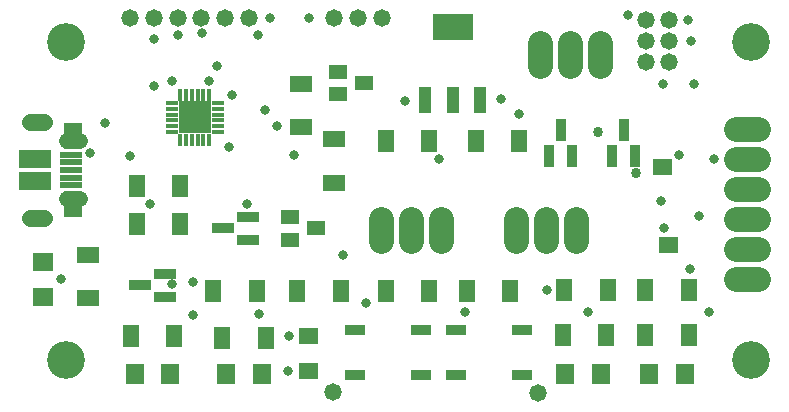
<source format=gbr>
G04 EAGLE Gerber RS-274X export*
G75*
%MOMM*%
%FSLAX34Y34*%
%LPD*%
%INSoldermask Top*%
%IPPOS*%
%AMOC8*
5,1,8,0,0,1.08239X$1,22.5*%
G01*
%ADD10C,3.203200*%
%ADD11R,1.400000X1.900000*%
%ADD12R,1.700000X1.500000*%
%ADD13R,1.900000X1.400000*%
%ADD14R,1.727200X0.965200*%
%ADD15C,1.473200*%
%ADD16R,0.457200X1.117600*%
%ADD17R,1.117600X0.457200*%
%ADD18R,2.743200X2.743200*%
%ADD19R,1.603200X1.203200*%
%ADD20R,1.104800X2.269200*%
%ADD21R,3.404800X2.269200*%
%ADD22R,1.646941X2.205431*%
%ADD23R,1.646731X2.197381*%
%ADD24R,1.953200X0.603200*%
%ADD25R,2.703200X1.578200*%
%ADD26C,1.361200*%
%ADD27C,1.411200*%
%ADD28C,2.082800*%
%ADD29R,0.838200X1.473200*%
%ADD30R,1.828800X0.812800*%
%ADD31R,1.500000X1.700000*%
%ADD32R,0.812800X1.828800*%
%ADD33C,0.808000*%
%ADD34C,0.858000*%


D10*
X621030Y309880D03*
X621030Y40640D03*
X40640Y309880D03*
X40640Y40640D03*
D11*
X311700Y99060D03*
X348700Y99060D03*
D12*
X21590Y124220D03*
X21590Y94220D03*
D13*
X59690Y130260D03*
X59690Y93260D03*
D11*
X417280Y99060D03*
X380280Y99060D03*
D14*
X426720Y27940D03*
X370840Y27940D03*
X426720Y66040D03*
X370840Y66040D03*
X341630Y27940D03*
X285750Y27940D03*
X341630Y66040D03*
X285750Y66040D03*
D15*
X440690Y12700D03*
X266700Y13970D03*
X532130Y311150D03*
X532130Y328930D03*
X551180Y328930D03*
D13*
X267970Y191050D03*
X267970Y228050D03*
X240030Y275040D03*
X240030Y238040D03*
D16*
X162363Y265811D03*
X157362Y265811D03*
X152361Y265811D03*
X147359Y265811D03*
X142358Y265811D03*
X137357Y265811D03*
D17*
X130429Y258883D03*
X130429Y253882D03*
X130429Y248881D03*
X130429Y243879D03*
X130429Y238878D03*
X130429Y233877D03*
D16*
X137357Y226949D03*
X142358Y226949D03*
X147359Y226949D03*
X152361Y226949D03*
X157362Y226949D03*
X162363Y226949D03*
D17*
X169291Y233877D03*
X169291Y238878D03*
X169291Y243879D03*
X169291Y248881D03*
X169291Y253882D03*
X169291Y258883D03*
D18*
X149860Y246380D03*
D11*
X137880Y156210D03*
X100880Y156210D03*
X137880Y187960D03*
X100880Y187960D03*
D19*
X252300Y152400D03*
X230300Y142900D03*
X230300Y161900D03*
X292940Y275590D03*
X270940Y266090D03*
X270940Y285090D03*
D15*
X115570Y330200D03*
X95250Y330200D03*
X175260Y330200D03*
X195580Y330200D03*
X135890Y330200D03*
X154940Y330200D03*
D20*
X345300Y261342D03*
X368300Y261342D03*
X391300Y261342D03*
D21*
X368300Y322858D03*
D11*
X348700Y226060D03*
X311700Y226060D03*
X387900Y226060D03*
X424900Y226060D03*
D15*
X308610Y330200D03*
X288290Y330200D03*
X267970Y330200D03*
D22*
X47275Y230957D03*
D23*
X47276Y172917D03*
D24*
X45260Y214930D03*
X45260Y208430D03*
X45260Y201930D03*
X45260Y195430D03*
X45260Y188930D03*
D25*
X14510Y211305D03*
X14510Y192555D03*
D26*
X41520Y226180D02*
X53100Y226180D01*
X53100Y177680D02*
X41520Y177680D01*
D27*
X22550Y160930D02*
X10470Y160930D01*
X10470Y242930D02*
X22550Y242930D01*
D28*
X307340Y160528D02*
X307340Y141732D01*
X332740Y141732D02*
X332740Y160528D01*
X358140Y160528D02*
X358140Y141732D01*
X421640Y141732D02*
X421640Y160528D01*
X447040Y160528D02*
X447040Y141732D01*
X472440Y141732D02*
X472440Y160528D01*
X492760Y290322D02*
X492760Y309118D01*
X467360Y309118D02*
X467360Y290322D01*
X441960Y290322D02*
X441960Y309118D01*
X607822Y236220D02*
X626618Y236220D01*
X626618Y210820D02*
X607822Y210820D01*
X607822Y185420D02*
X626618Y185420D01*
X626618Y160020D02*
X607822Y160020D01*
X607822Y134620D02*
X626618Y134620D01*
X626618Y109220D02*
X607822Y109220D01*
D29*
X242316Y31750D03*
X250444Y31750D03*
D30*
X194818Y142875D03*
X194818Y161925D03*
X173482Y152400D03*
D11*
X236770Y99060D03*
X273770Y99060D03*
D31*
X176770Y29210D03*
X206770Y29210D03*
D11*
X173270Y59690D03*
X210270Y59690D03*
D29*
X547116Y138430D03*
X555244Y138430D03*
D32*
X450215Y214122D03*
X469265Y214122D03*
X459740Y235458D03*
D11*
X499830Y100330D03*
X462830Y100330D03*
D31*
X463790Y29210D03*
X493790Y29210D03*
D11*
X461560Y62230D03*
X498560Y62230D03*
D29*
X542036Y204470D03*
X550164Y204470D03*
D32*
X503555Y214122D03*
X522605Y214122D03*
X513080Y235458D03*
D11*
X531410Y100330D03*
X568410Y100330D03*
D31*
X534910Y29210D03*
X564910Y29210D03*
D11*
X531410Y62230D03*
X568410Y62230D03*
D29*
X242316Y60960D03*
X250444Y60960D03*
D30*
X124968Y94615D03*
X124968Y113665D03*
X103632Y104140D03*
D11*
X165650Y99060D03*
X202650Y99060D03*
D31*
X99300Y29210D03*
X129300Y29210D03*
D11*
X95800Y60960D03*
X132800Y60960D03*
D15*
X532130Y293370D03*
X551180Y293370D03*
X551180Y311150D03*
D33*
X570230Y311150D03*
X60960Y215900D03*
X36830Y109220D03*
X130810Y105410D03*
X194310Y172720D03*
X161759Y276860D03*
X424180Y248920D03*
X327660Y260350D03*
X246380Y330200D03*
D34*
X523240Y199390D03*
X491490Y233680D03*
D33*
X408940Y261620D03*
X233680Y214630D03*
X130810Y276860D03*
X294640Y88900D03*
X378460Y81280D03*
X168910Y289560D03*
X482600Y81280D03*
X585470Y81280D03*
X148590Y78740D03*
X204470Y80010D03*
X148590Y106680D03*
X111760Y172720D03*
X135890Y316230D03*
X181610Y265430D03*
X156210Y317500D03*
X179070Y220980D03*
X229870Y60960D03*
X95250Y213360D03*
X115570Y312420D03*
X115570Y273050D03*
X73660Y241300D03*
X228600Y31750D03*
X209550Y252730D03*
X547370Y152400D03*
X203200Y316230D03*
X516890Y332740D03*
X546100Y274320D03*
X576580Y162560D03*
X219710Y238760D03*
X544830Y175260D03*
X213360Y330200D03*
X567690Y328930D03*
X572770Y274320D03*
X589280Y210820D03*
X356870Y210820D03*
X560070Y214630D03*
X275160Y129540D03*
X568960Y118110D03*
X448310Y100330D03*
M02*

</source>
